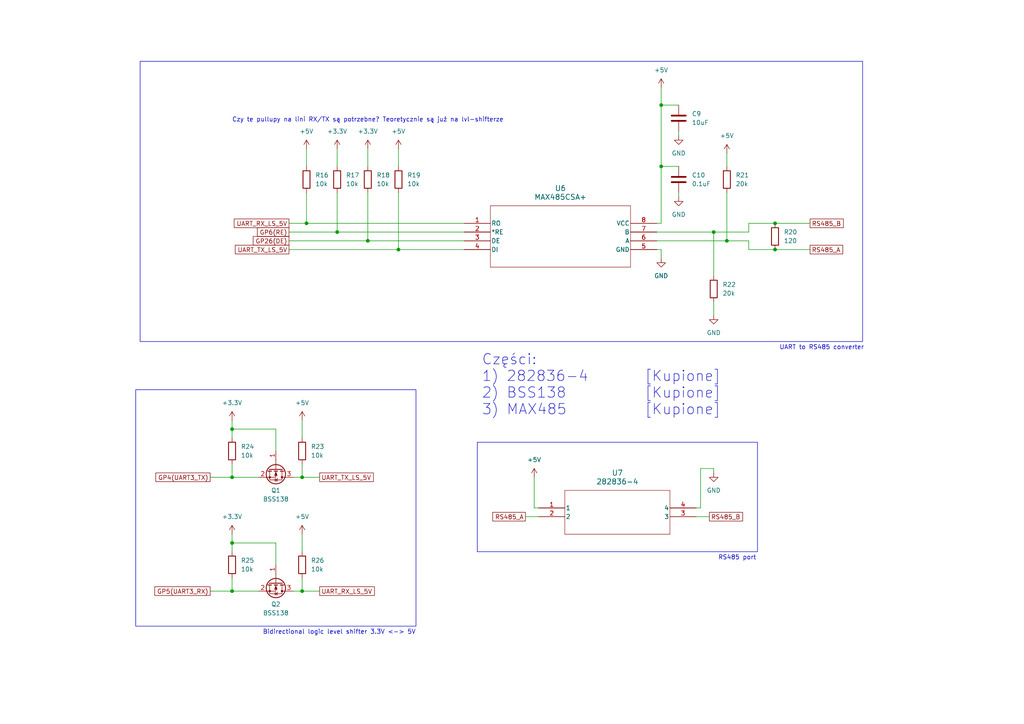
<source format=kicad_sch>
(kicad_sch (version 20230121) (generator eeschema)
  (paper "A4")
  (lib_symbols
    (symbol "282836_4:282836-4" (pin_names (offset 0.254))
      (property "Reference" "U" (at 22.86 10.16 0))
      (property "Value" "282836-4" (at 22.86 7.62 0))
      (symbol "282836-4_0_1"
        (polyline (pts (xy 7.62 -7.62) (xy 38.1 -7.62)) (stroke (width 0.127)))
        (polyline (pts (xy 7.62 5.08) (xy 7.62 -7.62)) (stroke (width 0.127)))
        (polyline (pts (xy 38.1 -7.62) (xy 38.1 5.08)) (stroke (width 0.127)))
        (polyline (pts (xy 38.1 5.08) (xy 7.62 5.08)) (stroke (width 0.127)))
        (pin unspecified line (at 0 0 0) (length 7.62) (name "1") (number "1"))
        (pin unspecified line (at 0 -2.54 0) (length 7.62) (name "2") (number "2"))
        (pin unspecified line (at 45.72 -2.54 180) (length 7.62) (name "3") (number "3"))
        (pin unspecified line (at 45.72 0 180) (length 7.62) (name "4") (number "4"))
      )
    )
    (symbol "Device:C" (pin_numbers hide) (pin_names (offset 0.254))
      (property "Reference" "C" (at 0.635 2.54 0))
      (property "Value" "C" (at 0.635 -2.54 0))
      (symbol "C_0_1"
        (polyline (pts (xy -2.032 -0.762) (xy 2.032 -0.762)) (stroke (width 0.508)))
        (polyline (pts (xy -2.032 0.762) (xy 2.032 0.762)) (stroke (width 0.508)))
      )
      (symbol "C_1_1"
        (pin passive line (at 0 3.81 270) (length 2.794) (name "~") (number "1"))
        (pin passive line (at 0 -3.81 90) (length 2.794) (name "~") (number "2"))
      )
    )
    (symbol "Device:R" (pin_numbers hide) (pin_names (offset 0))
      (property "Reference" "R" (at 2.032 0 90))
      (property "Value" "R" (at 0 0 90))
      (symbol "R_0_1"
        (rectangle (start -1.016 -2.54) (end 1.016 2.54) (stroke (width 0.254)))
      )
      (symbol "R_1_1"
        (pin passive line (at 0 3.81 270) (length 1.27) (name "~") (number "1"))
        (pin passive line (at 0 -3.81 90) (length 1.27) (name "~") (number "2"))
      )
    )
    (symbol "MAX485:MAX485CSA+" (pin_names (offset 0.254))
      (property "Reference" "U" (at 27.94 10.16 0))
      (property "Value" "MAX485CSA+" (at 27.94 7.62 0))
      (symbol "MAX485CSA+_0_1"
        (polyline (pts (xy 7.62 -12.7) (xy 48.26 -12.7)) (stroke (width 0.127)))
        (polyline (pts (xy 7.62 5.08) (xy 7.62 -12.7)) (stroke (width 0.127)))
        (polyline (pts (xy 48.26 -12.7) (xy 48.26 5.08)) (stroke (width 0.127)))
        (polyline (pts (xy 48.26 5.08) (xy 7.62 5.08)) (stroke (width 0.127)))
        (pin output line (at 0 0 0) (length 7.62) (name "RO") (number "1"))
        (pin input line (at 0 -2.54 0) (length 7.62) (name "*RE") (number "2"))
        (pin input line (at 0 -5.08 0) (length 7.62) (name "DE") (number "3"))
        (pin input line (at 0 -7.62 0) (length 7.62) (name "DI") (number "4"))
        (pin power_in line (at 55.88 -7.62 180) (length 7.62) (name "GND") (number "5"))
        (pin bidirectional line (at 55.88 -5.08 180) (length 7.62) (name "A") (number "6"))
        (pin bidirectional line (at 55.88 -2.54 180) (length 7.62) (name "B") (number "7"))
        (pin power_in line (at 55.88 0 180) (length 7.62) (name "VCC") (number "8"))
      )
    )
    (symbol "Transistor_FET:BSS138" (pin_names hide)
      (property "Reference" "Q" (at 5.08 1.905 0))
      (property "Value" "BSS138" (at 5.08 0 0))
      (symbol "BSS138_0_1"
        (polyline (pts (xy 0.254 0) (xy -2.54 0)))
        (polyline (pts (xy 0.254 1.905) (xy 0.254 -1.905)) (stroke (width 0.254)))
        (polyline (pts (xy 0.762 -1.27) (xy 0.762 -2.286)) (stroke (width 0.254)))
        (polyline (pts (xy 0.762 0.508) (xy 0.762 -0.508)) (stroke (width 0.254)))
        (polyline (pts (xy 0.762 2.286) (xy 0.762 1.27)) (stroke (width 0.254)))
        (polyline (pts (xy 2.54 2.54) (xy 2.54 1.778)))
        (polyline (pts (xy 2.54 -2.54) (xy 2.54 0) (xy 0.762 0)))
        (polyline (pts (xy 0.762 -1.778) (xy 3.302 -1.778) (xy 3.302 1.778) (xy 0.762 1.778)))
        (polyline (pts (xy 1.016 0) (xy 2.032 0.381) (xy 2.032 -0.381) (xy 1.016 0)) (fill (type outline)))
        (polyline (pts (xy 2.794 0.508) (xy 2.921 0.381) (xy 3.683 0.381) (xy 3.81 0.254)))
        (polyline (pts (xy 3.302 0.381) (xy 2.921 -0.254) (xy 3.683 -0.254) (xy 3.302 0.381)))
        (circle (center 1.651 0) (radius 2.794) (stroke (width 0.254)))
        (circle (center 2.54 -1.778) (radius 0.254) (fill (type outline)))
        (circle (center 2.54 1.778) (radius 0.254) (fill (type outline)))
      )
      (symbol "BSS138_1_1"
        (pin input line (at -5.08 0 0) (length 2.54) (name "G") (number "1"))
        (pin passive line (at 2.54 -5.08 90) (length 2.54) (name "S") (number "2"))
        (pin passive line (at 2.54 5.08 270) (length 2.54) (name "D") (number "3"))
      )
    )
    (symbol "power:+3.3V" (power) (pin_names (offset 0))
      (property "Value" "+3.3V" (at 0 3.556 0))
      (symbol "+3.3V_0_1"
        (polyline (pts (xy -0.762 1.27) (xy 0 2.54)))
        (polyline (pts (xy 0 0) (xy 0 2.54)))
        (polyline (pts (xy 0 2.54) (xy 0.762 1.27)))
      )
      (symbol "+3.3V_1_1"
        (pin power_in line (at 0 0 90) (length 0) hide (name "+3.3V") (number "1"))
      )
    )
    (symbol "power:+5V" (power) (pin_names (offset 0))
      (property "Value" "+5V" (at 0 3.556 0))
      (symbol "+5V_0_1"
        (polyline (pts (xy -0.762 1.27) (xy 0 2.54)))
        (polyline (pts (xy 0 0) (xy 0 2.54)))
        (polyline (pts (xy 0 2.54) (xy 0.762 1.27)))
      )
      (symbol "+5V_1_1"
        (pin power_in line (at 0 0 90) (length 0) hide (name "+5V") (number "1"))
      )
    )
    (symbol "power:GND" (power) (pin_names (offset 0))
      (property "Value" "GND" (at 0 -3.81 0))
      (symbol "GND_0_1"
        (polyline (pts (xy 0 0) (xy 0 -1.27) (xy 1.27 -1.27) (xy 0 -2.54) (xy -1.27 -1.27) (xy 0 -1.27)))
      )
      (symbol "GND_1_1"
        (pin power_in line (at 0 0 270) (length 0) hide (name "GND") (number "1"))
      )
    )
  )
  (junction (at 191.77 48.26))
  (junction (at 106.68 69.85))
  (junction (at 87.63 138.43))
  (junction (at 207.01 67.31))
  (junction (at 191.77 30.48))
  (junction (at 97.79 67.31))
  (junction (at 88.9 64.77))
  (junction (at 67.31 138.43))
  (junction (at 115.57 72.39))
  (junction (at 224.79 64.77))
  (junction (at 210.82 69.85))
  (junction (at 67.31 171.45))
  (junction (at 67.31 124.46))
  (junction (at 87.63 171.45))
  (junction (at 67.31 157.48))
  (junction (at 224.79 72.39))
  (wire (pts (xy 217.17 64.77) (xy 224.79 64.77)))
  (wire (pts (xy 134.62 64.77) (xy 88.9 64.77)))
  (wire (pts (xy 88.9 55.88) (xy 88.9 64.77)))
  (wire (pts (xy 67.31 157.48) (xy 67.31 160.02)))
  (wire (pts (xy 87.63 154.94) (xy 87.63 160.02)))
  (wire (pts (xy 191.77 30.48) (xy 196.85 30.48)))
  (wire (pts (xy 83.82 69.85) (xy 106.68 69.85)))
  (wire (pts (xy 85.09 171.45) (xy 87.63 171.45)))
  (wire (pts (xy 207.01 135.89) (xy 207.01 137.16)))
  (wire (pts (xy 80.01 130.81) (xy 80.01 124.46)))
  (wire (pts (xy 191.77 30.48) (xy 191.77 48.26)))
  (wire (pts (xy 196.85 38.1) (xy 196.85 39.37)))
  (wire (pts (xy 203.2 147.32) (xy 203.2 135.89)))
  (wire (pts (xy 67.31 154.94) (xy 67.31 157.48)))
  (wire (pts (xy 83.82 64.77) (xy 88.9 64.77)))
  (wire (pts (xy 201.93 147.32) (xy 203.2 147.32)))
  (wire (pts (xy 201.93 149.86) (xy 205.74 149.86)))
  (wire (pts (xy 196.85 55.88) (xy 196.85 57.15)))
  (wire (pts (xy 207.01 67.31) (xy 217.17 67.31)))
  (wire (pts (xy 87.63 167.64) (xy 87.63 171.45)))
  (wire (pts (xy 217.17 67.31) (xy 217.17 64.77)))
  (wire (pts (xy 217.17 72.39) (xy 217.17 69.85)))
  (wire (pts (xy 207.01 67.31) (xy 207.01 80.01)))
  (wire (pts (xy 67.31 167.64) (xy 67.31 171.45)))
  (wire (pts (xy 224.79 72.39) (xy 217.17 72.39)))
  (wire (pts (xy 203.2 135.89) (xy 207.01 135.89)))
  (wire (pts (xy 87.63 121.92) (xy 87.63 127)))
  (wire (pts (xy 190.5 69.85) (xy 210.82 69.85)))
  (wire (pts (xy 115.57 72.39) (xy 134.62 72.39)))
  (wire (pts (xy 191.77 48.26) (xy 191.77 64.77)))
  (wire (pts (xy 210.82 44.45) (xy 210.82 48.26)))
  (wire (pts (xy 67.31 121.92) (xy 67.31 124.46)))
  (wire (pts (xy 191.77 30.48) (xy 191.77 25.4)))
  (wire (pts (xy 60.96 138.43) (xy 67.31 138.43)))
  (wire (pts (xy 152.4 149.86) (xy 156.21 149.86)))
  (wire (pts (xy 191.77 74.93) (xy 191.77 72.39)))
  (wire (pts (xy 224.79 64.77) (xy 234.95 64.77)))
  (wire (pts (xy 190.5 64.77) (xy 191.77 64.77)))
  (wire (pts (xy 60.96 171.45) (xy 67.31 171.45)))
  (wire (pts (xy 85.09 138.43) (xy 87.63 138.43)))
  (wire (pts (xy 115.57 55.88) (xy 115.57 72.39)))
  (wire (pts (xy 80.01 124.46) (xy 67.31 124.46)))
  (wire (pts (xy 97.79 55.88) (xy 97.79 67.31)))
  (wire (pts (xy 224.79 72.39) (xy 234.95 72.39)))
  (wire (pts (xy 87.63 134.62) (xy 87.63 138.43)))
  (wire (pts (xy 87.63 171.45) (xy 92.71 171.45)))
  (wire (pts (xy 210.82 55.88) (xy 210.82 69.85)))
  (wire (pts (xy 87.63 138.43) (xy 92.71 138.43)))
  (wire (pts (xy 67.31 124.46) (xy 67.31 127)))
  (wire (pts (xy 156.21 147.32) (xy 154.94 147.32)))
  (wire (pts (xy 115.57 43.18) (xy 115.57 48.26)))
  (wire (pts (xy 207.01 87.63) (xy 207.01 91.44)))
  (wire (pts (xy 97.79 43.18) (xy 97.79 48.26)))
  (wire (pts (xy 106.68 43.18) (xy 106.68 48.26)))
  (wire (pts (xy 134.62 69.85) (xy 106.68 69.85)))
  (wire (pts (xy 106.68 55.88) (xy 106.68 69.85)))
  (wire (pts (xy 97.79 67.31) (xy 134.62 67.31)))
  (wire (pts (xy 191.77 48.26) (xy 196.85 48.26)))
  (wire (pts (xy 67.31 134.62) (xy 67.31 138.43)))
  (wire (pts (xy 67.31 171.45) (xy 74.93 171.45)))
  (wire (pts (xy 67.31 138.43) (xy 74.93 138.43)))
  (wire (pts (xy 210.82 69.85) (xy 217.17 69.85)))
  (wire (pts (xy 80.01 157.48) (xy 67.31 157.48)))
  (wire (pts (xy 154.94 147.32) (xy 154.94 138.43)))
  (wire (pts (xy 83.82 72.39) (xy 115.57 72.39)))
  (wire (pts (xy 191.77 72.39) (xy 190.5 72.39)))
  (wire (pts (xy 80.01 163.83) (xy 80.01 157.48)))
  (wire (pts (xy 190.5 67.31) (xy 207.01 67.31)))
  (wire (pts (xy 88.9 43.18) (xy 88.9 48.26)))
  (wire (pts (xy 83.82 67.31) (xy 97.79 67.31)))
  (rectangle (start 40.64 17.78) (end 250.19 99.06))
  (rectangle (start 39.37 113.03) (end 120.65 181.61))
  (rectangle (start 138.43 128.27) (end 219.71 160.02))
  (text "RS485 port" (at 208.28 162.56 0) (effects (font (size 1.27 1.27)) (justify left bottom)))
  (text "Części:\n1) 282836-4		[Kupione]\n2) BSS138		[Kupione]\n3) MAX485		[Kupione]" (at 139.7 120.65 0) (effects (font (size 3 3)) (justify left bottom)))
  (text "Czy te pullupy na lini RX/TX są potrzebne? Teoretycznie są już na lvl-shifterze" (at 67.31 35.56 0) (effects (font (size 1.27 1.27)) (justify left bottom)))
  (text "Bidirectional logic level shifter 3.3V <-> 5V" (at 76.2 184.15 0) (effects (font (size 1.27 1.27)) (justify left bottom)))
  (text "UART to RS485 converter" (at 226.06 101.6 0) (effects (font (size 1.27 1.27)) (justify left bottom)))
  (global_label "RS485_A" (shape passive) (at 234.95 72.39 0) (property "Intersheetrefs" "${INTERSHEET_REFS}" (effects hide)))
  (global_label "RS485_B" (shape passive) (at 234.95 64.77 0) (property "Intersheetrefs" "${INTERSHEET_REFS}" (effects hide)))
  (global_label "UART_RX_LS_5V" (shape passive) (at 83.82 64.77 180) (property "Intersheetrefs" "${INTERSHEET_REFS}" (effects hide)))
  (global_label "GP5(UART3_RX)" (shape passive) (at 60.96 171.45 180) (property "Intersheetrefs" "${INTERSHEET_REFS}" (effects hide)))
  (global_label "GP6(RE)" (shape passive) (at 83.82 67.31 180) (property "Intersheetrefs" "${INTERSHEET_REFS}" (effects hide)))
  (global_label "RS485_A" (shape passive) (at 152.4 149.86 180) (property "Intersheetrefs" "${INTERSHEET_REFS}" (effects hide)))
  (global_label "UART_TX_LS_5V" (shape passive) (at 92.71 138.43 0) (property "Intersheetrefs" "${INTERSHEET_REFS}" (effects hide)))
  (global_label "RS485_B" (shape passive) (at 205.74 149.86 0) (property "Intersheetrefs" "${INTERSHEET_REFS}" (effects hide)))
  (global_label "GP26(DE)" (shape passive) (at 83.82 69.85 180) (property "Intersheetrefs" "${INTERSHEET_REFS}" (effects hide)))
  (global_label "GP4(UART3_TX)" (shape passive) (at 60.96 138.43 180) (property "Intersheetrefs" "${INTERSHEET_REFS}" (effects hide)))
  (global_label "UART_RX_LS_5V" (shape passive) (at 92.71 171.45 0) (property "Intersheetrefs" "${INTERSHEET_REFS}" (effects hide)))
  (global_label "UART_TX_LS_5V" (shape passive) (at 83.82 72.39 180) (property "Intersheetrefs" "${INTERSHEET_REFS}" (effects hide)))
  (symbol (lib_id "Device:R") (at 88.9 52.07 0) (unit 1)
    (property "Reference" "R16" (at 91.44 50.8 0) (effects (justify left)))
    (property "Value" "10k" (at 91.44 53.34 0) (effects (justify left)))
    (property "Footprint" "Resistor_SMD:R_1206_3216Metric" (effects hide))
  )
  (symbol (lib_id "282836_4:282836-4") (at 156.21 147.32 0) (unit 1)
    (property "Reference" "U7" (at 179.07 137.16 0) (effects (font (size 1.524 1.524))))
    (property "Value" "282836-4" (at 179.07 139.7 0) (effects (font (size 1.524 1.524))))
    (property "Footprint" "282836_4:282836-4_TYC" (effects hide))
    (property "Datasheet" "282836-4" (effects hide))
  )
  (symbol (lib_id "Device:R") (at 87.63 130.81 0) (unit 1)
    (property "Reference" "R23" (at 90.17 129.54 0) (effects (justify left)))
    (property "Value" "10k" (at 90.17 132.08 0) (effects (justify left)))
    (property "Footprint" "Resistor_SMD:R_1206_3216Metric" (effects hide))
  )
  (symbol (lib_id "power:+3.3V") (at 67.31 154.94 0) (unit 1)
    (property "Reference" "#PWR022" (effects hide))
    (property "Value" "+3.3V" (at 67.31 149.86 0))
    (instances (project "Main-board" (path "" (reference "#PWR022") (unit 1)) (path "" (reference "#PWR058") (unit 1))))
  )
  (symbol (lib_id "power:GND") (at 207.01 91.44 0) (unit 1)
    (property "Reference" "#PWR034" (effects hide))
    (property "Value" "GND" (at 207.01 96.52 0))
    (instances (project "Main-board" (path "" (reference "#PWR034") (unit 1)) (path "" (reference "#PWR053") (unit 1))))
  )
  (symbol (lib_id "power:+5V") (at 154.94 138.43 0) (unit 1)
    (property "Reference" "#PWR01" (effects hide))
    (property "Value" "+5V" (at 154.94 133.35 0))
    (instances (project "Main-board" (path "" (reference "#PWR01") (unit 1)) (path "" (reference "#PWR054") (unit 1))))
  )
  (symbol (lib_id "power:+3.3V") (at 106.68 43.18 0) (unit 1)
    (property "Reference" "#PWR022" (effects hide))
    (property "Value" "+3.3V" (at 106.68 38.1 0))
    (instances (project "Main-board" (path "" (reference "#PWR022") (unit 1)) (path "" (reference "#PWR047") (unit 1))))
  )
  (symbol (lib_id "Device:C") (at 196.85 52.07 180) (unit 1)
    (property "Reference" "C10" (at 200.66 50.8 0) (effects (justify right)))
    (property "Value" "0.1uF" (at 200.66 53.34 0) (effects (justify right)))
    (property "Footprint" "Capacitor_SMD:C_1206_3216Metric" (effects hide))
  )
  (symbol (lib_id "Device:R") (at 115.57 52.07 0) (unit 1)
    (property "Reference" "R19" (at 118.11 50.8 0) (effects (justify left)))
    (property "Value" "10k" (at 118.11 53.34 0) (effects (justify left)))
    (property "Footprint" "Resistor_SMD:R_1206_3216Metric" (effects hide))
  )
  (symbol (lib_id "power:+3.3V") (at 67.31 121.92 0) (unit 1)
    (property "Reference" "#PWR022" (effects hide))
    (property "Value" "+3.3V" (at 67.31 116.84 0))
    (instances (project "Main-board" (path "" (reference "#PWR022") (unit 1)) (path "" (reference "#PWR056") (unit 1))))
  )
  (symbol (lib_id "power:GND") (at 196.85 57.15 0) (unit 1)
    (property "Reference" "#PWR034" (effects hide))
    (property "Value" "GND" (at 196.85 62.23 0))
    (instances (project "Main-board" (path "" (reference "#PWR034") (unit 1)) (path "" (reference "#PWR051") (unit 1))))
  )
  (symbol (lib_id "power:+5V") (at 210.82 44.45 0) (unit 1)
    (property "Reference" "#PWR01" (effects hide))
    (property "Value" "+5V" (at 210.82 39.37 0))
    (instances (project "Main-board" (path "" (reference "#PWR01") (unit 1)) (path "" (reference "#PWR052") (unit 1))))
  )
  (symbol (lib_id "power:GND") (at 207.01 137.16 0) (unit 1)
    (property "Reference" "#PWR034" (effects hide))
    (property "Value" "GND" (at 207.01 142.24 0))
    (instances (project "Main-board" (path "" (reference "#PWR034") (unit 1)) (path "" (reference "#PWR055") (unit 1))))
  )
  (symbol (lib_id "Transistor_FET:BSS138") (at 80.01 135.89 270) (unit 1)
    (property "Reference" "Q1" (at 80.01 142.24 90))
    (property "Value" "BSS138" (at 80.01 144.78 90))
    (property "Footprint" "Package_TO_SOT_SMD:SOT-23" (effects hide))
    (property "Datasheet" "https://www.onsemi.com/pub/Collateral/BSS138-D.PDF" (effects hide))
  )
  (symbol (lib_id "MAX485:MAX485CSA+") (at 134.62 64.77 0) (unit 1)
    (property "Reference" "U6" (at 162.56 54.61 0) (effects (font (size 1.524 1.524))))
    (property "Value" "MAX485CSA+" (at 162.56 57.15 0) (effects (font (size 1.524 1.524))))
    (property "Footprint" "MAX485:21-0041B_8_MXM" (effects hide))
    (property "Datasheet" "MAX485CSA+" (effects hide))
  )
  (symbol (lib_id "Device:R") (at 207.01 83.82 0) (unit 1)
    (property "Reference" "R22" (at 209.55 82.55 0) (effects (justify left)))
    (property "Value" "20k" (at 209.55 85.09 0) (effects (justify left)))
    (property "Footprint" "Resistor_SMD:R_1206_3216Metric" (effects hide))
  )
  (symbol (lib_id "Device:R") (at 67.31 130.81 0) (unit 1)
    (property "Reference" "R24" (at 69.85 129.54 0) (effects (justify left)))
    (property "Value" "10k" (at 69.85 132.08 0) (effects (justify left)))
    (property "Footprint" "Resistor_SMD:R_1206_3216Metric" (effects hide))
  )
  (symbol (lib_id "power:GND") (at 196.85 39.37 0) (unit 1)
    (property "Reference" "#PWR034" (effects hide))
    (property "Value" "GND" (at 196.85 44.45 0))
    (instances (project "Main-board" (path "" (reference "#PWR034") (unit 1)) (path "" (reference "#PWR050") (unit 1))))
  )
  (symbol (lib_id "Device:R") (at 87.63 163.83 0) (unit 1)
    (property "Reference" "R26" (at 90.17 162.56 0) (effects (justify left)))
    (property "Value" "10k" (at 90.17 165.1 0) (effects (justify left)))
    (property "Footprint" "Resistor_SMD:R_1206_3216Metric" (effects hide))
  )
  (symbol (lib_id "power:+5V") (at 115.57 43.18 0) (unit 1)
    (property "Reference" "#PWR01" (effects hide))
    (property "Value" "+5V" (at 115.57 38.1 0))
    (instances (project "Main-board" (path "" (reference "#PWR01") (unit 1)) (path "" (reference "#PWR048") (unit 1))))
  )
  (symbol (lib_id "Device:R") (at 97.79 52.07 0) (unit 1)
    (property "Reference" "R17" (at 100.33 50.8 0) (effects (justify left)))
    (property "Value" "10k" (at 100.33 53.34 0) (effects (justify left)))
    (property "Footprint" "Resistor_SMD:R_1206_3216Metric" (effects hide))
  )
  (symbol (lib_id "Device:R") (at 210.82 52.07 0) (unit 1)
    (property "Reference" "R21" (at 213.36 50.8 0) (effects (justify left)))
    (property "Value" "20k" (at 213.36 53.34 0) (effects (justify left)))
    (property "Footprint" "Resistor_SMD:R_1206_3216Metric" (effects hide))
  )
  (symbol (lib_id "Transistor_FET:BSS138") (at 80.01 168.91 270) (unit 1)
    (property "Reference" "Q2" (at 80.01 175.26 90))
    (property "Value" "BSS138" (at 80.01 177.8 90))
    (property "Footprint" "Package_TO_SOT_SMD:SOT-23" (effects hide))
    (property "Datasheet" "https://www.onsemi.com/pub/Collateral/BSS138-D.PDF" (effects hide))
  )
  (symbol (lib_id "Device:R") (at 106.68 52.07 0) (unit 1)
    (property "Reference" "R18" (at 109.22 50.8 0) (effects (justify left)))
    (property "Value" "10k" (at 109.22 53.34 0) (effects (justify left)))
    (property "Footprint" "Resistor_SMD:R_1206_3216Metric" (effects hide))
  )
  (symbol (lib_id "Device:R") (at 224.79 68.58 0) (unit 1)
    (property "Reference" "R20" (at 227.33 67.31 0) (effects (justify left)))
    (property "Value" "120" (at 227.33 69.85 0) (effects (justify left)))
    (property "Footprint" "Resistor_SMD:R_1206_3216Metric" (effects hide))
  )
  (symbol (lib_id "power:+5V") (at 87.63 121.92 0) (unit 1)
    (property "Reference" "#PWR01" (effects hide))
    (property "Value" "+5V" (at 87.63 116.84 0))
    (instances (project "Main-board" (path "" (reference "#PWR01") (unit 1)) (path "" (reference "#PWR057") (unit 1))))
  )
  (symbol (lib_id "power:+3.3V") (at 97.79 43.18 0) (unit 1)
    (property "Reference" "#PWR022" (effects hide))
    (property "Value" "+3.3V" (at 97.79 38.1 0))
    (instances (project "Main-board" (path "" (reference "#PWR022") (unit 1)) (path "" (reference "#PWR046") (unit 1))))
  )
  (symbol (lib_id "Device:C") (at 196.85 34.29 0) (unit 1)
    (property "Reference" "C9" (at 200.66 33.02 0) (effects (justify left)))
    (property "Value" "10uF" (at 200.66 35.56 0) (effects (justify left)))
    (property "Footprint" "Capacitor_SMD:C_1206_3216Metric" (effects hide))
  )
  (symbol (lib_id "power:GND") (at 191.77 74.93 0) (unit 1)
    (property "Reference" "#PWR034" (effects hide))
    (property "Value" "GND" (at 191.77 80.01 0))
    (instances (project "Main-board" (path "" (reference "#PWR034") (unit 1)) (path "" (reference "#PWR045") (unit 1))))
  )
  (symbol (lib_id "power:+5V") (at 88.9 43.18 0) (unit 1)
    (property "Reference" "#PWR01" (effects hide))
    (property "Value" "+5V" (at 88.9 38.1 0))
    (instances (project "Main-board" (path "" (reference "#PWR01") (unit 1)) (path "" (reference "#PWR044") (unit 1))))
  )
  (symbol (lib_id "power:+5V") (at 87.63 154.94 0) (unit 1)
    (property "Reference" "#PWR01" (effects hide))
    (property "Value" "+5V" (at 87.63 149.86 0))
    (instances (project "Main-board" (path "" (reference "#PWR01") (unit 1)) (path "" (reference "#PWR059") (unit 1))))
  )
  (symbol (lib_id "power:+5V") (at 191.77 25.4 0) (unit 1)
    (property "Reference" "#PWR01" (effects hide))
    (property "Value" "+5V" (at 191.77 20.32 0))
    (instances (project "Main-board" (path "" (reference "#PWR01") (unit 1)) (path "" (reference "#PWR049") (unit 1))))
  )
  (symbol (lib_id "Device:R") (at 67.31 163.83 0) (unit 1)
    (property "Reference" "R25" (at 69.85 162.56 0) (effects (justify left)))
    (property "Value" "10k" (at 69.85 165.1 0) (effects (justify left)))
    (property "Footprint" "Resistor_SMD:R_1206_3216Metric" (effects hide))
  )
)
</source>
